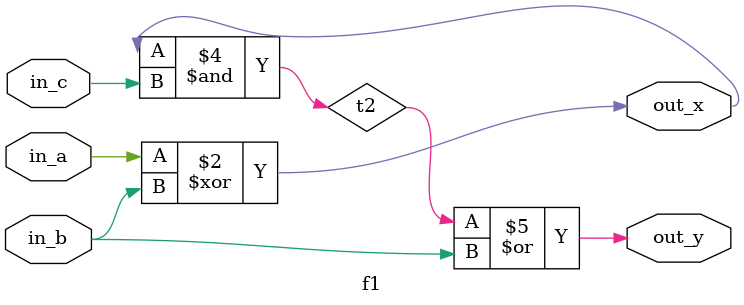
<source format=v>
/*
    preLab circuit A
*/

`timescale 1ns/1ns
`define STEP 10


module tb();
    reg inA;
    reg inB;
    reg inC;
    wire outX;
    wire outY;
    integer idx;
    reg [2:0] trans;

    f1 DUT (
            .out_x(outX),
            .out_y(outY),
            .in_a(inA),
            .in_b(inB),
            .in_c(inC)
           );
    
    initial begin
        $dumpfile("wave.vcd");
        $dumpvars(0, tb);
        $write("\npre-lab A results:\n\n");
        $write(" a  b  c  |  X  Y\n");
        $write("----------------------\n");

        for (idx = 0; idx < 8; idx = idx + 1) begin
            trans = idx;
            inA = trans[2];
            inB = trans[1];
            inC = trans[0];
            #`STEP
            $write(" %b  %b  %b  |  %b  %b\n",
                inA, inB, inC, outX, outY);
        end 
        # `STEP
        $write("\n\n\t\t ~ ~ ~ TEST COMPLETE ~ ~ ~\n\n");
        $finish;
    end

endmodule


////~~~~


module f1 (
            output wire out_x,
            output wire out_y,
            input wire in_a,
            input wire in_b,
            input wire in_c
          );
    wire t1;
    wire t2;

    xnor g1(t1, in_a, in_b);
    not g2(out_x, t1);
    and g3(t2, out_x, in_c);
    or g4(out_y, t2, in_b);
endmodule

////////~~~~~~~~END>  pre_a.v

</source>
